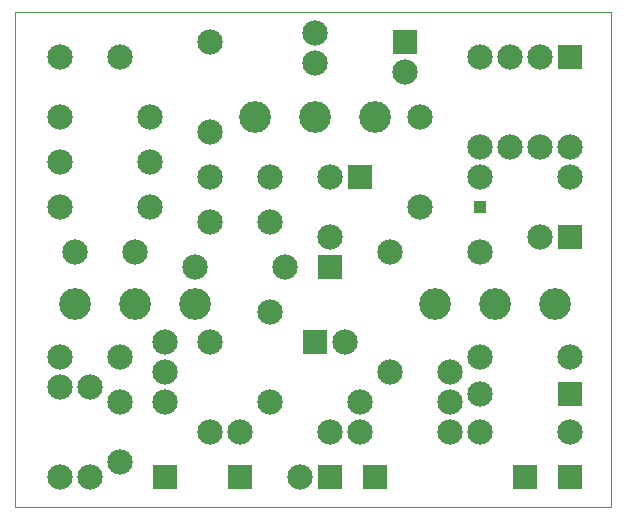
<source format=gts>
G75*
%MOIN*%
%OFA0B0*%
%FSLAX25Y25*%
%IPPOS*%
%LPD*%
%AMOC8*
5,1,8,0,0,1.08239X$1,22.5*
%
%ADD10C,0.00000*%
%ADD11C,0.08474*%
%ADD12R,0.08474X0.08474*%
%ADD13C,0.10600*%
%ADD14R,0.04362X0.04362*%
D10*
X0001800Y0001800D02*
X0001800Y0166761D01*
X0200501Y0166761D01*
X0200501Y0001800D01*
X0001800Y0001800D01*
D11*
X0016800Y0011800D03*
X0026800Y0011800D03*
X0036800Y0016800D03*
X0036800Y0036800D03*
X0026800Y0041800D03*
X0016800Y0041800D03*
X0016800Y0051800D03*
X0036800Y0051800D03*
X0051800Y0046800D03*
X0051800Y0036800D03*
X0066800Y0026800D03*
X0076800Y0026800D03*
X0086800Y0036800D03*
X0106800Y0026800D03*
X0116800Y0026800D03*
X0116800Y0036800D03*
X0126800Y0046800D03*
X0111800Y0056800D03*
X0086800Y0066800D03*
X0091800Y0081800D03*
X0106800Y0091800D03*
X0126800Y0086800D03*
X0136800Y0101800D03*
X0156800Y0111800D03*
X0156800Y0121800D03*
X0166800Y0121800D03*
X0176800Y0121800D03*
X0186800Y0121800D03*
X0186800Y0111800D03*
X0176800Y0091800D03*
X0156800Y0086800D03*
X0156800Y0051800D03*
X0146800Y0046800D03*
X0156800Y0039300D03*
X0146800Y0036800D03*
X0146800Y0026800D03*
X0156800Y0026800D03*
X0186800Y0026800D03*
X0186800Y0051800D03*
X0106800Y0111800D03*
X0086800Y0111800D03*
X0086800Y0096800D03*
X0066800Y0096800D03*
X0066800Y0111800D03*
X0066800Y0126800D03*
X0046800Y0131800D03*
X0046800Y0116800D03*
X0046800Y0101800D03*
X0041800Y0086800D03*
X0021800Y0086800D03*
X0016800Y0101800D03*
X0016800Y0116800D03*
X0016800Y0131800D03*
X0016800Y0151800D03*
X0036800Y0151800D03*
X0066800Y0156800D03*
X0101800Y0159800D03*
X0101800Y0149800D03*
X0131800Y0146800D03*
X0136800Y0131800D03*
X0156800Y0151800D03*
X0166800Y0151800D03*
X0176800Y0151800D03*
X0061800Y0081800D03*
X0066800Y0056800D03*
X0051800Y0056800D03*
X0096800Y0011800D03*
D12*
X0106800Y0011800D03*
X0121800Y0011800D03*
X0076800Y0011800D03*
X0051800Y0011800D03*
X0101800Y0056800D03*
X0106800Y0081800D03*
X0116800Y0111800D03*
X0131800Y0156800D03*
X0186800Y0151800D03*
X0186800Y0091800D03*
X0186800Y0039300D03*
X0186800Y0011800D03*
X0171800Y0011800D03*
D13*
X0161800Y0069300D03*
X0141800Y0069300D03*
X0181800Y0069300D03*
X0121800Y0131800D03*
X0101800Y0131800D03*
X0081800Y0131800D03*
X0061800Y0069300D03*
X0041800Y0069300D03*
X0021800Y0069300D03*
D14*
X0156800Y0101800D03*
M02*

</source>
